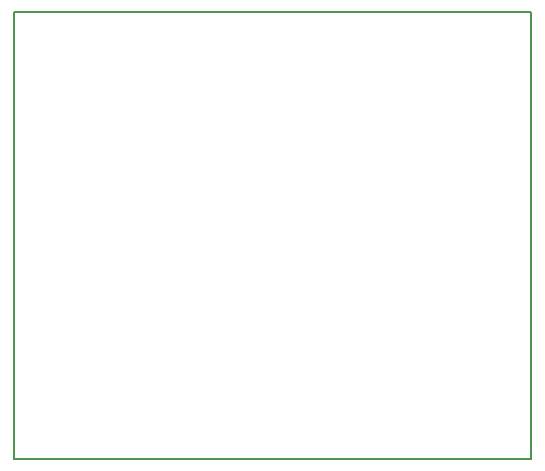
<source format=gm1>
G04 MADE WITH FRITZING*
G04 WWW.FRITZING.ORG*
G04 DOUBLE SIDED*
G04 HOLES PLATED*
G04 CONTOUR ON CENTER OF CONTOUR VECTOR*
%ASAXBY*%
%FSLAX23Y23*%
%MOIN*%
%OFA0B0*%
%SFA1.0B1.0*%
%ADD10R,1.732280X1.496060*%
%ADD11C,0.008000*%
%ADD10C,0.008*%
%LNCONTOUR*%
G90*
G70*
G54D10*
G54D11*
X4Y1492D02*
X1728Y1492D01*
X1728Y4D01*
X4Y4D01*
X4Y1492D01*
D02*
G04 End of contour*
M02*
</source>
